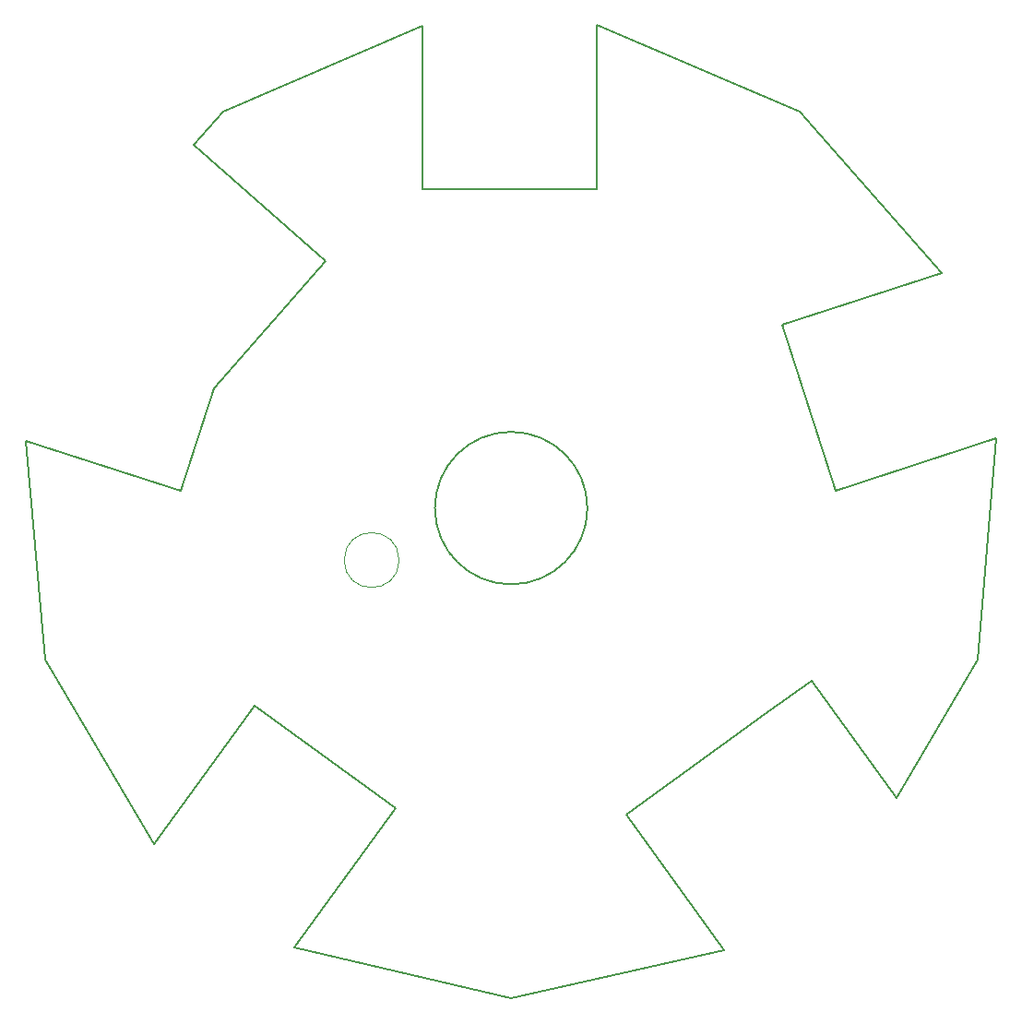
<source format=gbr>
G04 #@! TF.GenerationSoftware,KiCad,Pcbnew,5.1.4-e60b266~84~ubuntu18.04.1*
G04 #@! TF.CreationDate,2020-03-13T15:35:42+01:00*
G04 #@! TF.ProjectId,tree_lights,74726565-5f6c-4696-9768-74732e6b6963,rev?*
G04 #@! TF.SameCoordinates,Original*
G04 #@! TF.FileFunction,Profile,NP*
%FSLAX46Y46*%
G04 Gerber Fmt 4.6, Leading zero omitted, Abs format (unit mm)*
G04 Created by KiCad (PCBNEW 5.1.4-e60b266~84~ubuntu18.04.1) date 2020-03-13 15:35:42*
%MOMM*%
%LPD*%
G04 APERTURE LIST*
%ADD10C,0.050000*%
%ADD11C,0.200000*%
G04 APERTURE END LIST*
D10*
X101346000Y-106299000D02*
G75*
G03X101346000Y-106299000I-2520878J0D01*
G01*
D11*
X78849216Y-132373871D02*
X68820898Y-115436913D01*
X122202643Y-129691490D02*
X135146915Y-120286926D01*
X118629007Y-101527716D02*
G75*
G03X118629007Y-101527716I-7000000J0D01*
G01*
X156182712Y-95127145D02*
X154437116Y-115436913D01*
X106052089Y-105758316D02*
G75*
G03X106052089Y-105758316I0J0D01*
G01*
X141431573Y-99920080D02*
X136487302Y-84703176D01*
X131192506Y-142064976D02*
X111629007Y-146538825D01*
X88072110Y-119679647D02*
X101016382Y-129084211D01*
X135146915Y-120286926D02*
X139192000Y-117348000D01*
X84392314Y-90583908D02*
X81339223Y-99980358D01*
X82455779Y-68216815D02*
X94637249Y-78877533D01*
X82455779Y-68216815D02*
X85172141Y-65112964D01*
X136487302Y-84703176D02*
X151128692Y-79945900D01*
X94637249Y-78877533D02*
X84392314Y-90583908D01*
X119517439Y-57213242D02*
X138085873Y-65112964D01*
X156182712Y-95127145D02*
X141431573Y-99920080D01*
X119517439Y-72242259D02*
X103517440Y-72242259D01*
X85172141Y-65112964D02*
X103517440Y-57253543D01*
X131192506Y-142064976D02*
X122202643Y-129691490D01*
X78849216Y-132373871D02*
X88072110Y-119679647D01*
X105965889Y-105642212D02*
G75*
G03X105965889Y-105642212I0J0D01*
G01*
X103517440Y-72242259D02*
X103517440Y-57253543D01*
X119517439Y-57213242D02*
X119517439Y-72242259D01*
X68820898Y-115436913D02*
X67045778Y-95336136D01*
X111629007Y-146538825D02*
X91711001Y-141891969D01*
X101016382Y-129084211D02*
X91711001Y-141891969D01*
X81339223Y-99980358D02*
X67045778Y-95336136D01*
X138085873Y-65112964D02*
X151128692Y-79945900D01*
X154437116Y-115436913D02*
X147009544Y-128107926D01*
X139192000Y-117348000D02*
X147009544Y-128107926D01*
M02*

</source>
